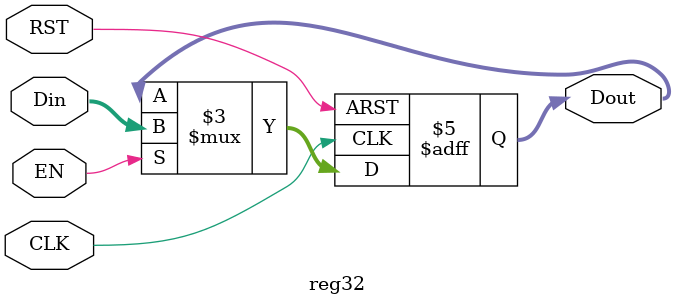
<source format=v>
`timescale 1ns / 1ps

module reg32 #(parameter DataWidth = 32) (
    input [DataWidth - 1:0] Din,
    input EN,
    input CLK,
    input RST,
    output reg [DataWidth - 1:0] Dout
    );
    initial Dout <= 0;
    always @(posedge CLK or posedge RST) begin
        if (RST) Dout <= 0;
        else if (EN) Dout <= Din;
    end
endmodule

</source>
